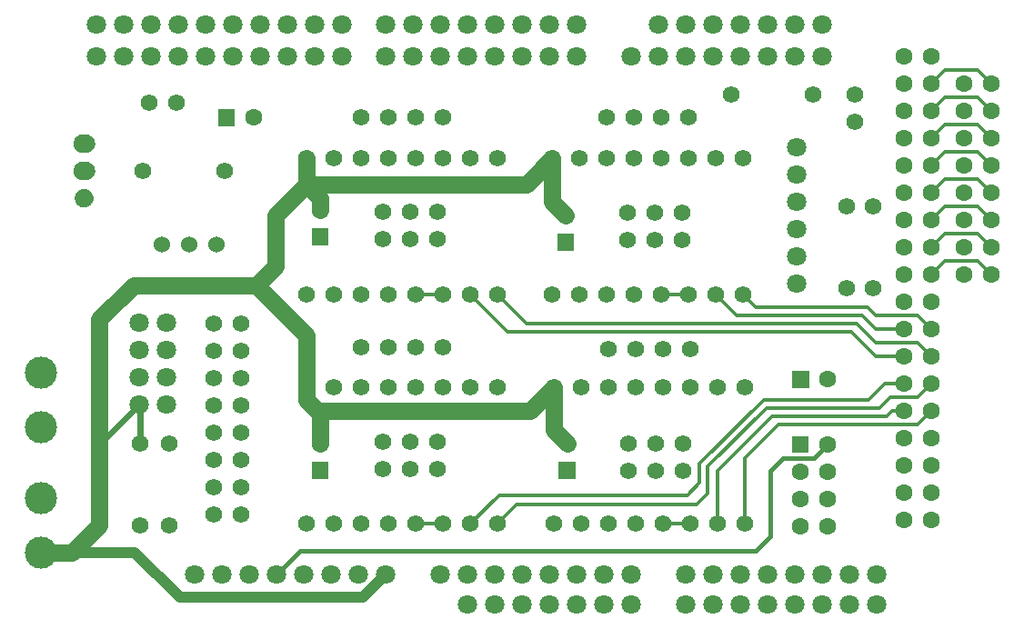
<source format=gbl>
G04 Layer: BottomLayer*
G04 EasyEDA v6.1.49, Tue, 28 May 2019 14:16:05 GMT*
G04 625ac418817b4d458788558be5a2e594,cfe1dd9c90504c3bbdd6ef614714b9c7,10*
G04 Gerber Generator version 0.2*
G04 Scale: 100 percent, Rotated: No, Reflected: No *
G04 Dimensions in millimeters *
G04 leading zeros omitted , absolute positions ,3 integer and 3 decimal *
%FSLAX33Y33*%
%MOMM*%
G90*
G71D02*

%ADD11C,0.399999*%
%ADD12C,0.299999*%
%ADD13C,0.999998*%
%ADD15C,0.599999*%
%ADD16C,1.524000*%
%ADD17C,1.799996*%
%ADD18R,1.599997X1.599997*%
%ADD19C,1.599997*%
%ADD20C,2.999994*%
%ADD21C,1.569999*%

%LPD*%
G54D15*
G01X13981Y20493D02*
G01X13970Y20493D01*
G01X10287Y16810D01*
G54D19*
G01X52451Y43434D02*
G01X52451Y39370D01*
G01X53721Y38100D01*
G01X4826Y6731D02*
G01X7747Y6731D01*
G01X10287Y9271D01*
G01X10287Y28448D01*
G01X13462Y31623D01*
G01X24892Y31623D01*
G01X26670Y33401D01*
G01X26670Y38100D01*
G01X29591Y41021D01*
G01X29591Y43434D01*
G01X30861Y38608D02*
G01X30861Y39751D01*
G01X29591Y41021D01*
G01X29591Y41021D01*
G01X50038Y41021D01*
G01X52451Y43434D01*
G01X29591Y22098D02*
G01X29591Y26924D01*
G01X24892Y31623D01*
G01X52578Y22098D02*
G01X50419Y19939D01*
G01X50419Y19939D01*
G01X30607Y19939D01*
G01X29591Y20955D01*
G01X29591Y22098D01*
G01X30861Y16891D02*
G01X30861Y19939D01*
G01X52578Y22098D02*
G01X52578Y18161D01*
G01X53848Y16891D01*
G54D11*
G01X78105Y16764D02*
G01X76835Y15494D01*
G01X73914Y15494D01*
G01X72771Y14351D01*
G01X72771Y8255D01*
G01X71374Y6858D01*
G01X28956Y6858D01*
G01X26797Y4699D01*
G54D12*
G01X87757Y19939D02*
G01X86487Y18669D01*
G01X73533Y18669D01*
G01X70358Y15494D01*
G01X70358Y9398D01*
G01X85217Y19939D02*
G01X84074Y19939D01*
G01X83566Y19431D01*
G01X72898Y19431D01*
G01X67818Y14351D01*
G01X67818Y9398D01*
G01X87757Y22479D02*
G01X86487Y21209D01*
G01X83947Y21209D01*
G01X82931Y20193D01*
G01X72390Y20193D01*
G01X66929Y14732D01*
G01X66929Y12192D01*
G01X65913Y11176D01*
G01X49149Y11176D01*
G01X47371Y9398D01*
G01X44831Y9398D02*
G01X47498Y12065D01*
G01X65024Y12065D01*
G01X66167Y13208D01*
G01X66167Y14986D01*
G01X72136Y20955D01*
G01X81915Y20955D01*
G01X83439Y22479D01*
G01X85217Y22479D01*
G01X85217Y25019D02*
G01X82550Y25019D01*
G01X80264Y27305D01*
G01X48260Y27305D01*
G01X44831Y30734D01*
G01X47371Y30734D02*
G01X50038Y28067D01*
G01X80772Y28067D01*
G01X82550Y26289D01*
G01X86487Y26289D01*
G01X87757Y25019D01*
G01X85217Y27559D02*
G01X82550Y27559D01*
G01X81280Y28829D01*
G01X69596Y28829D01*
G01X67691Y30734D01*
G01X87757Y27559D02*
G01X86487Y28829D01*
G01X82550Y28829D01*
G01X81788Y29591D01*
G01X71374Y29591D01*
G01X70231Y30734D01*
G01X39751Y30734D02*
G01X42291Y30734D01*
G01X39751Y9398D02*
G01X42291Y9398D01*
G01X62738Y9398D02*
G01X65278Y9398D01*
G01X62611Y30734D02*
G01X65151Y30734D01*
G01X87757Y32639D02*
G01X89027Y33909D01*
G01X92075Y33909D01*
G01X93345Y32639D01*
G01X87757Y35179D02*
G01X89027Y36449D01*
G01X92075Y36449D01*
G01X93345Y35179D01*
G01X87757Y37719D02*
G01X89027Y38989D01*
G01X92075Y38989D01*
G01X93345Y37719D01*
G01X87757Y40259D02*
G01X89027Y41529D01*
G01X92075Y41529D01*
G01X93345Y40259D01*
G01X87757Y42799D02*
G01X89027Y44069D01*
G01X92075Y44069D01*
G01X93345Y42799D01*
G01X87757Y45339D02*
G01X89027Y46609D01*
G01X92075Y46609D01*
G01X93345Y45339D01*
G01X87757Y47879D02*
G01X89027Y49149D01*
G01X92075Y49149D01*
G01X93345Y47879D01*
G01X87757Y50419D02*
G01X89027Y51689D01*
G01X92075Y51689D01*
G01X93345Y50419D01*
G54D13*
G01X4826Y6731D02*
G01X13589Y6731D01*
G01X17780Y2540D01*
G01X34798Y2540D01*
G01X36957Y4699D01*
G54D15*
G01X14097Y16891D02*
G01X14097Y20378D01*
G01X13981Y20493D01*
G54D16*
G01X16129Y35433D03*
G01X18669Y35433D03*
G01X21209Y35433D03*
G36*
G01X8868Y38887D02*
G01X8782Y38894D01*
G01X8697Y38909D01*
G01X8614Y38932D01*
G01X8534Y38963D01*
G01X8458Y39003D01*
G01X8385Y39049D01*
G01X8318Y39103D01*
G01X8256Y39163D01*
G01X8201Y39229D01*
G01X8153Y39300D01*
G01X8111Y39376D01*
G01X8078Y39455D01*
G01X8053Y39537D01*
G01X8036Y39622D01*
G01X8027Y39707D01*
G01X8027Y39794D01*
G01X8036Y39879D01*
G01X8053Y39964D01*
G01X8078Y40046D01*
G01X8111Y40125D01*
G01X8153Y40201D01*
G01X8201Y40272D01*
G01X8256Y40338D01*
G01X8318Y40398D01*
G01X8385Y40452D01*
G01X8458Y40498D01*
G01X8534Y40538D01*
G01X8614Y40569D01*
G01X8697Y40592D01*
G01X8782Y40607D01*
G01X8868Y40614D01*
G01X8954Y40612D01*
G01X9039Y40601D01*
G01X9123Y40582D01*
G01X9205Y40554D01*
G01X9283Y40519D01*
G01X9358Y40476D01*
G01X9428Y40426D01*
G01X9492Y40369D01*
G01X9551Y40306D01*
G01X9603Y40237D01*
G01X9648Y40164D01*
G01X9685Y40086D01*
G01X9715Y40005D01*
G01X9736Y39922D01*
G01X9749Y39836D01*
G01X9753Y39751D01*
G01X9749Y39665D01*
G01X9736Y39579D01*
G01X9715Y39496D01*
G01X9685Y39415D01*
G01X9648Y39337D01*
G01X9603Y39264D01*
G01X9551Y39195D01*
G01X9492Y39132D01*
G01X9428Y39075D01*
G01X9358Y39025D01*
G01X9283Y38982D01*
G01X9205Y38947D01*
G01X9123Y38919D01*
G01X9039Y38900D01*
G01X8954Y38889D01*
G01X8868Y38887D01*
G37*
G36*
G01X9042Y43154D02*
G01X9150Y43147D01*
G01X9257Y43127D01*
G01X9360Y43093D01*
G01X9458Y43047D01*
G01X9549Y42989D01*
G01X9633Y42920D01*
G01X9707Y42841D01*
G01X9771Y42753D01*
G01X9823Y42658D01*
G01X9863Y42557D01*
G01X9890Y42452D01*
G01X9904Y42345D01*
G01X9904Y42236D01*
G01X9890Y42129D01*
G01X9863Y42024D01*
G01X9823Y41923D01*
G01X9771Y41828D01*
G01X9707Y41740D01*
G01X9633Y41661D01*
G01X9549Y41592D01*
G01X9458Y41534D01*
G01X9360Y41488D01*
G01X9257Y41454D01*
G01X9150Y41434D01*
G01X9042Y41427D01*
G01X8737Y41427D01*
G01X8629Y41434D01*
G01X8522Y41454D01*
G01X8419Y41488D01*
G01X8321Y41534D01*
G01X8230Y41592D01*
G01X8146Y41661D01*
G01X8072Y41740D01*
G01X8008Y41828D01*
G01X7956Y41923D01*
G01X7916Y42024D01*
G01X7889Y42129D01*
G01X7875Y42236D01*
G01X7875Y42345D01*
G01X7889Y42452D01*
G01X7916Y42557D01*
G01X7956Y42658D01*
G01X8008Y42753D01*
G01X8072Y42841D01*
G01X8146Y42920D01*
G01X8230Y42989D01*
G01X8321Y43047D01*
G01X8419Y43093D01*
G01X8522Y43127D01*
G01X8629Y43147D01*
G01X8737Y43154D01*
G01X9042Y43154D01*
G37*
G36*
G01X9042Y45694D02*
G01X9150Y45687D01*
G01X9257Y45667D01*
G01X9360Y45633D01*
G01X9458Y45587D01*
G01X9549Y45529D01*
G01X9633Y45460D01*
G01X9707Y45381D01*
G01X9771Y45293D01*
G01X9823Y45198D01*
G01X9863Y45097D01*
G01X9890Y44992D01*
G01X9904Y44885D01*
G01X9904Y44776D01*
G01X9890Y44669D01*
G01X9863Y44564D01*
G01X9823Y44463D01*
G01X9771Y44368D01*
G01X9707Y44280D01*
G01X9633Y44201D01*
G01X9549Y44132D01*
G01X9458Y44074D01*
G01X9360Y44028D01*
G01X9257Y43994D01*
G01X9150Y43974D01*
G01X9042Y43967D01*
G01X8737Y43967D01*
G01X8629Y43974D01*
G01X8522Y43994D01*
G01X8419Y44028D01*
G01X8321Y44074D01*
G01X8230Y44132D01*
G01X8146Y44201D01*
G01X8072Y44280D01*
G01X8008Y44368D01*
G01X7956Y44463D01*
G01X7916Y44564D01*
G01X7889Y44669D01*
G01X7875Y44776D01*
G01X7875Y44885D01*
G01X7889Y44992D01*
G01X7916Y45097D01*
G01X7956Y45198D01*
G01X8008Y45293D01*
G01X8072Y45381D01*
G01X8146Y45460D01*
G01X8230Y45529D01*
G01X8321Y45587D01*
G01X8419Y45633D01*
G01X8522Y45667D01*
G01X8629Y45687D01*
G01X8737Y45694D01*
G01X9042Y45694D01*
G37*
G54D17*
G01X75184Y44450D03*
G01X75184Y41910D03*
G01X75184Y39370D03*
G01X75184Y36830D03*
G01X75184Y34290D03*
G01X75184Y31750D03*
G54D18*
G01X75565Y16764D03*
G54D19*
G01X78105Y16764D03*
G01X75565Y14224D03*
G01X78105Y14224D03*
G01X75565Y11684D03*
G01X78105Y11684D03*
G01X75565Y9144D03*
G01X78105Y9144D03*
G54D20*
G01X4826Y11811D03*
G01X4826Y6731D03*
G01X4826Y23495D03*
G01X4826Y18415D03*
G54D21*
G01X14351Y42291D03*
G01X21971Y42291D03*
G54D19*
G01X78105Y22860D03*
G36*
G01X76405Y22060D02*
G01X74805Y22060D01*
G01X74805Y23659D01*
G01X76405Y23659D01*
G01X76405Y22060D01*
G37*
G54D21*
G01X57531Y43434D03*
G01X54991Y43434D03*
G01X52451Y43434D03*
G01X60071Y43434D03*
G01X62611Y43434D03*
G01X65151Y43434D03*
G01X67691Y43434D03*
G01X70231Y43434D03*
G01X70231Y30734D03*
G01X67691Y30734D03*
G01X65151Y30734D03*
G01X62611Y30734D03*
G01X60071Y30734D03*
G01X57531Y30734D03*
G01X54991Y30734D03*
G01X52451Y30734D03*
G01X57658Y22098D03*
G01X55118Y22098D03*
G01X52578Y22098D03*
G01X60198Y22098D03*
G01X62738Y22098D03*
G01X65278Y22098D03*
G01X67818Y22098D03*
G01X70358Y22098D03*
G01X70358Y9398D03*
G01X67818Y9398D03*
G01X65278Y9398D03*
G01X62738Y9398D03*
G01X60198Y9398D03*
G01X57658Y9398D03*
G01X55118Y9398D03*
G01X52578Y9398D03*
G01X34671Y22098D03*
G01X32131Y22098D03*
G01X29591Y22098D03*
G01X37211Y22098D03*
G01X39751Y22098D03*
G01X42291Y22098D03*
G01X44831Y22098D03*
G01X47371Y22098D03*
G01X47371Y9398D03*
G01X44831Y9398D03*
G01X42291Y9398D03*
G01X39751Y9398D03*
G01X37211Y9398D03*
G01X34671Y9398D03*
G01X32131Y9398D03*
G01X29591Y9398D03*
G01X34671Y43434D03*
G01X32131Y43434D03*
G01X29591Y43434D03*
G01X37211Y43434D03*
G01X39751Y43434D03*
G01X42291Y43434D03*
G01X44831Y43434D03*
G01X47371Y43434D03*
G01X47371Y30734D03*
G01X44831Y30734D03*
G01X42291Y30734D03*
G01X39751Y30734D03*
G01X37211Y30734D03*
G01X34671Y30734D03*
G01X32131Y30734D03*
G01X29591Y30734D03*
G54D17*
G01X15113Y52959D03*
G01X12573Y52959D03*
G01X67437Y4699D03*
G01X69977Y4699D03*
G01X72517Y4699D03*
G01X75057Y4699D03*
G01X77597Y4699D03*
G01X80137Y4699D03*
G01X82677Y4699D03*
G01X64897Y4699D03*
G01X62357Y52959D03*
G01X64897Y52959D03*
G01X67437Y52959D03*
G01X69977Y52959D03*
G01X72517Y52959D03*
G01X75057Y52959D03*
G01X77597Y52959D03*
G01X59817Y52959D03*
G01X44577Y4699D03*
G01X47117Y4699D03*
G01X49657Y4699D03*
G01X52197Y4699D03*
G01X54737Y4699D03*
G01X57277Y4699D03*
G01X59817Y4699D03*
G01X42037Y4699D03*
G01X39497Y52959D03*
G01X42037Y52959D03*
G01X44577Y52959D03*
G01X47117Y52959D03*
G01X49657Y52959D03*
G01X52197Y52959D03*
G01X54737Y52959D03*
G01X36957Y52959D03*
G01X17653Y52959D03*
G01X20193Y52959D03*
G01X22733Y52959D03*
G01X25273Y52959D03*
G01X27813Y52959D03*
G01X30353Y52959D03*
G01X32893Y52959D03*
G54D19*
G01X87757Y32639D03*
G01X85217Y32639D03*
G01X87757Y35179D03*
G01X85217Y35179D03*
G01X87757Y37719D03*
G01X85217Y37719D03*
G01X87757Y40259D03*
G01X85217Y40259D03*
G01X87757Y42799D03*
G01X85217Y42799D03*
G01X87757Y45339D03*
G01X85217Y45339D03*
G01X87757Y47879D03*
G01X85217Y47879D03*
G01X87757Y50419D03*
G01X85217Y50419D03*
G01X87757Y12319D03*
G01X85217Y12319D03*
G01X87757Y14859D03*
G01X85217Y14859D03*
G01X87757Y17399D03*
G01X85217Y17399D03*
G01X87757Y19939D03*
G01X85217Y19939D03*
G01X87757Y22479D03*
G01X85217Y22479D03*
G01X87757Y25019D03*
G01X85217Y25019D03*
G01X87757Y27559D03*
G01X85217Y27559D03*
G01X87757Y30099D03*
G01X85217Y30099D03*
G01X85217Y9779D03*
G01X87757Y9779D03*
G01X85217Y52959D03*
G01X87757Y52959D03*
G54D17*
G01X24257Y4699D03*
G01X26797Y4699D03*
G01X29337Y4699D03*
G01X31877Y4699D03*
G01X34417Y4699D03*
G01X36957Y4699D03*
G01X21717Y4699D03*
G01X19177Y4699D03*
G01X10033Y52959D03*
G54D21*
G01X34671Y25819D03*
G01X37211Y25819D03*
G01X39751Y25819D03*
G01X42291Y25819D03*
G01X57658Y25692D03*
G01X60198Y25692D03*
G01X62738Y25692D03*
G01X65278Y25692D03*
G01X34671Y47282D03*
G01X37211Y47282D03*
G01X39751Y47282D03*
G01X42291Y47282D03*
G01X57531Y47282D03*
G01X60071Y47282D03*
G01X62611Y47282D03*
G01X65151Y47282D03*
G54D19*
G01X24638Y47244D03*
G36*
G01X22938Y46444D02*
G01X21338Y46444D01*
G01X21338Y48043D01*
G01X22938Y48043D01*
G01X22938Y46444D01*
G37*
G54D21*
G01X14973Y48641D03*
G01X17513Y48641D03*
G01X20966Y12824D03*
G01X20966Y15364D03*
G01X20966Y17904D03*
G01X23506Y12824D03*
G01X23506Y15364D03*
G01X23506Y17904D03*
G01X20966Y20444D03*
G01X20966Y22984D03*
G01X23506Y20444D03*
G01X23506Y22984D03*
G01X20966Y25524D03*
G01X20966Y28064D03*
G01X23506Y25524D03*
G01X23506Y28064D03*
G01X20966Y10284D03*
G01X23506Y10284D03*
G54D19*
G01X30861Y38608D03*
G36*
G01X31660Y36908D02*
G01X31660Y35308D01*
G01X30061Y35308D01*
G01X30061Y36908D01*
G01X31660Y36908D01*
G37*
G01X53721Y38100D03*
G36*
G01X54520Y36400D02*
G01X54520Y34800D01*
G01X52921Y34800D01*
G01X52921Y36400D01*
G01X54520Y36400D01*
G37*
G01X53848Y16891D03*
G36*
G01X54647Y15191D02*
G01X54647Y13591D01*
G01X53048Y13591D01*
G01X53048Y15191D01*
G01X54647Y15191D01*
G37*
G01X30861Y16891D03*
G36*
G01X31660Y15191D02*
G01X31660Y13591D01*
G01X30061Y13591D01*
G01X30061Y15191D01*
G01X31660Y15191D01*
G37*
G54D17*
G01X16521Y28113D03*
G01X16521Y25573D03*
G01X16521Y23033D03*
G01X16521Y20493D03*
G01X13981Y28113D03*
G01X13981Y25573D03*
G01X13981Y23033D03*
G01X13981Y20493D03*
G54D21*
G01X79883Y31369D03*
G01X79883Y38989D03*
G01X82296Y31369D03*
G01X82296Y38989D03*
G01X14097Y9271D03*
G01X14097Y16891D03*
G01X16764Y9271D03*
G01X16764Y16891D03*
G01X80645Y46850D03*
G01X80645Y49390D03*
G01X69088Y49403D03*
G01X76708Y49403D03*
G01X36703Y38481D03*
G01X39243Y38481D03*
G01X41783Y38481D03*
G01X36703Y35941D03*
G01X39243Y35941D03*
G01X41783Y35941D03*
G01X59436Y38354D03*
G01X61976Y38354D03*
G01X64516Y38354D03*
G01X59436Y35814D03*
G01X61976Y35814D03*
G01X64516Y35814D03*
G01X36703Y17018D03*
G01X39243Y17018D03*
G01X41783Y17018D03*
G01X36703Y14478D03*
G01X39243Y14478D03*
G01X41783Y14478D03*
G01X59563Y16891D03*
G01X62103Y16891D03*
G01X64643Y16891D03*
G01X59563Y14351D03*
G01X62103Y14351D03*
G01X64643Y14351D03*
G54D19*
G01X93345Y32639D03*
G01X90805Y32639D03*
G01X93345Y35179D03*
G01X90805Y35179D03*
G01X93345Y37719D03*
G01X90805Y37719D03*
G01X93345Y40259D03*
G01X90805Y40259D03*
G01X93345Y42799D03*
G01X90805Y42799D03*
G01X93345Y45339D03*
G01X90805Y45339D03*
G01X93345Y47879D03*
G01X90805Y47879D03*
G01X93345Y50419D03*
G01X90805Y50419D03*
G54D17*
G01X67437Y1905D03*
G01X69977Y1905D03*
G01X72517Y1905D03*
G01X75057Y1905D03*
G01X77597Y1905D03*
G01X80137Y1905D03*
G01X82677Y1905D03*
G01X64897Y1905D03*
G01X44577Y1905D03*
G01X47117Y1905D03*
G01X49657Y1905D03*
G01X52197Y1905D03*
G01X54737Y1905D03*
G01X57277Y1905D03*
G01X59817Y1905D03*
G01X15113Y55880D03*
G01X12573Y55880D03*
G01X62357Y55880D03*
G01X64897Y55880D03*
G01X67437Y55880D03*
G01X69977Y55880D03*
G01X72517Y55880D03*
G01X75057Y55880D03*
G01X77597Y55880D03*
G01X39497Y55880D03*
G01X42037Y55880D03*
G01X44577Y55880D03*
G01X47117Y55880D03*
G01X49657Y55880D03*
G01X52197Y55880D03*
G01X54737Y55880D03*
G01X36957Y55880D03*
G01X17653Y55880D03*
G01X20193Y55880D03*
G01X22733Y55880D03*
G01X25273Y55880D03*
G01X27813Y55880D03*
G01X30353Y55880D03*
G01X32893Y55880D03*
G01X10033Y55880D03*
M00*
M02*

</source>
